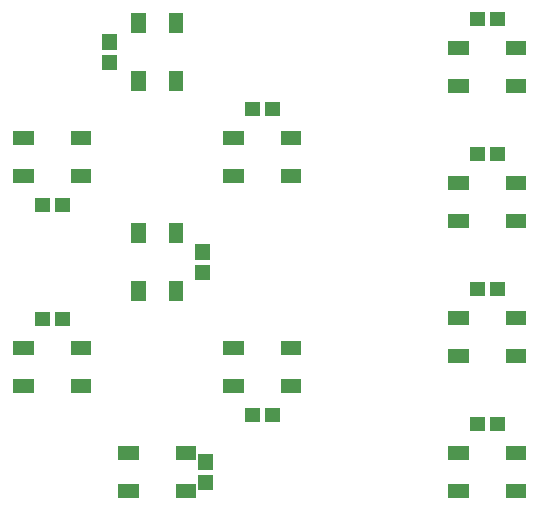
<source format=gts>
G04 #@! TF.FileFunction,Soldermask,Top*
%FSLAX46Y46*%
G04 Gerber Fmt 4.6, Leading zero omitted, Abs format (unit mm)*
G04 Created by KiCad (PCBNEW (2015-07-07 BZR 5906)-product) date Tue 21 Jul 2015 01:08:41 PM EDT*
%MOMM*%
G01*
G04 APERTURE LIST*
%ADD10C,0.100000*%
G04 APERTURE END LIST*
D10*
G36*
X121337600Y-101363600D02*
X119634400Y-101363600D01*
X119634400Y-100160400D01*
X121337600Y-100160400D01*
X121337600Y-101363600D01*
X121337600Y-101363600D01*
G37*
G36*
X121337600Y-104563600D02*
X119634400Y-104563600D01*
X119634400Y-103360400D01*
X121337600Y-103360400D01*
X121337600Y-104563600D01*
X121337600Y-104563600D01*
G37*
G36*
X121337600Y-119143600D02*
X119634400Y-119143600D01*
X119634400Y-117940400D01*
X121337600Y-117940400D01*
X121337600Y-119143600D01*
X121337600Y-119143600D01*
G37*
G36*
X121337600Y-122343600D02*
X119634400Y-122343600D01*
X119634400Y-121140400D01*
X121337600Y-121140400D01*
X121337600Y-122343600D01*
X121337600Y-122343600D01*
G37*
G36*
X122737600Y-107027600D02*
X121434400Y-107027600D01*
X121434400Y-105824400D01*
X122737600Y-105824400D01*
X122737600Y-107027600D01*
X122737600Y-107027600D01*
G37*
G36*
X122737600Y-116679600D02*
X121434400Y-116679600D01*
X121434400Y-115476400D01*
X122737600Y-115476400D01*
X122737600Y-116679600D01*
X122737600Y-116679600D01*
G37*
G36*
X124437600Y-107027600D02*
X123134400Y-107027600D01*
X123134400Y-105824400D01*
X124437600Y-105824400D01*
X124437600Y-107027600D01*
X124437600Y-107027600D01*
G37*
G36*
X124437600Y-116679600D02*
X123134400Y-116679600D01*
X123134400Y-115476400D01*
X124437600Y-115476400D01*
X124437600Y-116679600D01*
X124437600Y-116679600D01*
G37*
G36*
X126237600Y-101363600D02*
X124534400Y-101363600D01*
X124534400Y-100160400D01*
X126237600Y-100160400D01*
X126237600Y-101363600D01*
X126237600Y-101363600D01*
G37*
G36*
X126237600Y-104563600D02*
X124534400Y-104563600D01*
X124534400Y-103360400D01*
X126237600Y-103360400D01*
X126237600Y-104563600D01*
X126237600Y-104563600D01*
G37*
G36*
X126237600Y-119143600D02*
X124534400Y-119143600D01*
X124534400Y-117940400D01*
X126237600Y-117940400D01*
X126237600Y-119143600D01*
X126237600Y-119143600D01*
G37*
G36*
X126237600Y-122343600D02*
X124534400Y-122343600D01*
X124534400Y-121140400D01*
X126237600Y-121140400D01*
X126237600Y-122343600D01*
X126237600Y-122343600D01*
G37*
G36*
X128363600Y-93273600D02*
X127160400Y-93273600D01*
X127160400Y-91970400D01*
X128363600Y-91970400D01*
X128363600Y-93273600D01*
X128363600Y-93273600D01*
G37*
G36*
X128363600Y-94973600D02*
X127160400Y-94973600D01*
X127160400Y-93670400D01*
X128363600Y-93670400D01*
X128363600Y-94973600D01*
X128363600Y-94973600D01*
G37*
G36*
X130227600Y-128033600D02*
X128524400Y-128033600D01*
X128524400Y-126830400D01*
X130227600Y-126830400D01*
X130227600Y-128033600D01*
X130227600Y-128033600D01*
G37*
G36*
X130227600Y-131233600D02*
X128524400Y-131233600D01*
X128524400Y-130030400D01*
X130227600Y-130030400D01*
X130227600Y-131233600D01*
X130227600Y-131233600D01*
G37*
G36*
X130827600Y-91873600D02*
X129624400Y-91873600D01*
X129624400Y-90170400D01*
X130827600Y-90170400D01*
X130827600Y-91873600D01*
X130827600Y-91873600D01*
G37*
G36*
X130827600Y-96773600D02*
X129624400Y-96773600D01*
X129624400Y-95070400D01*
X130827600Y-95070400D01*
X130827600Y-96773600D01*
X130827600Y-96773600D01*
G37*
G36*
X130827600Y-109653600D02*
X129624400Y-109653600D01*
X129624400Y-107950400D01*
X130827600Y-107950400D01*
X130827600Y-109653600D01*
X130827600Y-109653600D01*
G37*
G36*
X130827600Y-114553600D02*
X129624400Y-114553600D01*
X129624400Y-112850400D01*
X130827600Y-112850400D01*
X130827600Y-114553600D01*
X130827600Y-114553600D01*
G37*
G36*
X134027600Y-91873600D02*
X132824400Y-91873600D01*
X132824400Y-90170400D01*
X134027600Y-90170400D01*
X134027600Y-91873600D01*
X134027600Y-91873600D01*
G37*
G36*
X134027600Y-96773600D02*
X132824400Y-96773600D01*
X132824400Y-95070400D01*
X134027600Y-95070400D01*
X134027600Y-96773600D01*
X134027600Y-96773600D01*
G37*
G36*
X134027600Y-109653600D02*
X132824400Y-109653600D01*
X132824400Y-107950400D01*
X134027600Y-107950400D01*
X134027600Y-109653600D01*
X134027600Y-109653600D01*
G37*
G36*
X134027600Y-114553600D02*
X132824400Y-114553600D01*
X132824400Y-112850400D01*
X134027600Y-112850400D01*
X134027600Y-114553600D01*
X134027600Y-114553600D01*
G37*
G36*
X135127600Y-128033600D02*
X133424400Y-128033600D01*
X133424400Y-126830400D01*
X135127600Y-126830400D01*
X135127600Y-128033600D01*
X135127600Y-128033600D01*
G37*
G36*
X135127600Y-131233600D02*
X133424400Y-131233600D01*
X133424400Y-130030400D01*
X135127600Y-130030400D01*
X135127600Y-131233600D01*
X135127600Y-131233600D01*
G37*
G36*
X136237600Y-111053600D02*
X135034400Y-111053600D01*
X135034400Y-109750400D01*
X136237600Y-109750400D01*
X136237600Y-111053600D01*
X136237600Y-111053600D01*
G37*
G36*
X136237600Y-112753600D02*
X135034400Y-112753600D01*
X135034400Y-111450400D01*
X136237600Y-111450400D01*
X136237600Y-112753600D01*
X136237600Y-112753600D01*
G37*
G36*
X136491600Y-128833600D02*
X135288400Y-128833600D01*
X135288400Y-127530400D01*
X136491600Y-127530400D01*
X136491600Y-128833600D01*
X136491600Y-128833600D01*
G37*
G36*
X136491600Y-130533600D02*
X135288400Y-130533600D01*
X135288400Y-129230400D01*
X136491600Y-129230400D01*
X136491600Y-130533600D01*
X136491600Y-130533600D01*
G37*
G36*
X139117600Y-101363600D02*
X137414400Y-101363600D01*
X137414400Y-100160400D01*
X139117600Y-100160400D01*
X139117600Y-101363600D01*
X139117600Y-101363600D01*
G37*
G36*
X139117600Y-104563600D02*
X137414400Y-104563600D01*
X137414400Y-103360400D01*
X139117600Y-103360400D01*
X139117600Y-104563600D01*
X139117600Y-104563600D01*
G37*
G36*
X139117600Y-119143600D02*
X137414400Y-119143600D01*
X137414400Y-117940400D01*
X139117600Y-117940400D01*
X139117600Y-119143600D01*
X139117600Y-119143600D01*
G37*
G36*
X139117600Y-122343600D02*
X137414400Y-122343600D01*
X137414400Y-121140400D01*
X139117600Y-121140400D01*
X139117600Y-122343600D01*
X139117600Y-122343600D01*
G37*
G36*
X140517600Y-98899600D02*
X139214400Y-98899600D01*
X139214400Y-97696400D01*
X140517600Y-97696400D01*
X140517600Y-98899600D01*
X140517600Y-98899600D01*
G37*
G36*
X140517600Y-124807600D02*
X139214400Y-124807600D01*
X139214400Y-123604400D01*
X140517600Y-123604400D01*
X140517600Y-124807600D01*
X140517600Y-124807600D01*
G37*
G36*
X142217600Y-98899600D02*
X140914400Y-98899600D01*
X140914400Y-97696400D01*
X142217600Y-97696400D01*
X142217600Y-98899600D01*
X142217600Y-98899600D01*
G37*
G36*
X142217600Y-124807600D02*
X140914400Y-124807600D01*
X140914400Y-123604400D01*
X142217600Y-123604400D01*
X142217600Y-124807600D01*
X142217600Y-124807600D01*
G37*
G36*
X144017600Y-101363600D02*
X142314400Y-101363600D01*
X142314400Y-100160400D01*
X144017600Y-100160400D01*
X144017600Y-101363600D01*
X144017600Y-101363600D01*
G37*
G36*
X144017600Y-104563600D02*
X142314400Y-104563600D01*
X142314400Y-103360400D01*
X144017600Y-103360400D01*
X144017600Y-104563600D01*
X144017600Y-104563600D01*
G37*
G36*
X144017600Y-119143600D02*
X142314400Y-119143600D01*
X142314400Y-117940400D01*
X144017600Y-117940400D01*
X144017600Y-119143600D01*
X144017600Y-119143600D01*
G37*
G36*
X144017600Y-122343600D02*
X142314400Y-122343600D01*
X142314400Y-121140400D01*
X144017600Y-121140400D01*
X144017600Y-122343600D01*
X144017600Y-122343600D01*
G37*
G36*
X158167600Y-93743600D02*
X156464400Y-93743600D01*
X156464400Y-92540400D01*
X158167600Y-92540400D01*
X158167600Y-93743600D01*
X158167600Y-93743600D01*
G37*
G36*
X158167600Y-96943600D02*
X156464400Y-96943600D01*
X156464400Y-95740400D01*
X158167600Y-95740400D01*
X158167600Y-96943600D01*
X158167600Y-96943600D01*
G37*
G36*
X158167600Y-105173600D02*
X156464400Y-105173600D01*
X156464400Y-103970400D01*
X158167600Y-103970400D01*
X158167600Y-105173600D01*
X158167600Y-105173600D01*
G37*
G36*
X158167600Y-108373600D02*
X156464400Y-108373600D01*
X156464400Y-107170400D01*
X158167600Y-107170400D01*
X158167600Y-108373600D01*
X158167600Y-108373600D01*
G37*
G36*
X158167600Y-116603600D02*
X156464400Y-116603600D01*
X156464400Y-115400400D01*
X158167600Y-115400400D01*
X158167600Y-116603600D01*
X158167600Y-116603600D01*
G37*
G36*
X158167600Y-119803600D02*
X156464400Y-119803600D01*
X156464400Y-118600400D01*
X158167600Y-118600400D01*
X158167600Y-119803600D01*
X158167600Y-119803600D01*
G37*
G36*
X158167600Y-128033600D02*
X156464400Y-128033600D01*
X156464400Y-126830400D01*
X158167600Y-126830400D01*
X158167600Y-128033600D01*
X158167600Y-128033600D01*
G37*
G36*
X158167600Y-131233600D02*
X156464400Y-131233600D01*
X156464400Y-130030400D01*
X158167600Y-130030400D01*
X158167600Y-131233600D01*
X158167600Y-131233600D01*
G37*
G36*
X159567600Y-91279600D02*
X158264400Y-91279600D01*
X158264400Y-90076400D01*
X159567600Y-90076400D01*
X159567600Y-91279600D01*
X159567600Y-91279600D01*
G37*
G36*
X159567600Y-102709600D02*
X158264400Y-102709600D01*
X158264400Y-101506400D01*
X159567600Y-101506400D01*
X159567600Y-102709600D01*
X159567600Y-102709600D01*
G37*
G36*
X159567600Y-114139600D02*
X158264400Y-114139600D01*
X158264400Y-112936400D01*
X159567600Y-112936400D01*
X159567600Y-114139600D01*
X159567600Y-114139600D01*
G37*
G36*
X159567600Y-125569600D02*
X158264400Y-125569600D01*
X158264400Y-124366400D01*
X159567600Y-124366400D01*
X159567600Y-125569600D01*
X159567600Y-125569600D01*
G37*
G36*
X161267600Y-91279600D02*
X159964400Y-91279600D01*
X159964400Y-90076400D01*
X161267600Y-90076400D01*
X161267600Y-91279600D01*
X161267600Y-91279600D01*
G37*
G36*
X161267600Y-102709600D02*
X159964400Y-102709600D01*
X159964400Y-101506400D01*
X161267600Y-101506400D01*
X161267600Y-102709600D01*
X161267600Y-102709600D01*
G37*
G36*
X161267600Y-114139600D02*
X159964400Y-114139600D01*
X159964400Y-112936400D01*
X161267600Y-112936400D01*
X161267600Y-114139600D01*
X161267600Y-114139600D01*
G37*
G36*
X161267600Y-125569600D02*
X159964400Y-125569600D01*
X159964400Y-124366400D01*
X161267600Y-124366400D01*
X161267600Y-125569600D01*
X161267600Y-125569600D01*
G37*
G36*
X163067600Y-93743600D02*
X161364400Y-93743600D01*
X161364400Y-92540400D01*
X163067600Y-92540400D01*
X163067600Y-93743600D01*
X163067600Y-93743600D01*
G37*
G36*
X163067600Y-96943600D02*
X161364400Y-96943600D01*
X161364400Y-95740400D01*
X163067600Y-95740400D01*
X163067600Y-96943600D01*
X163067600Y-96943600D01*
G37*
G36*
X163067600Y-105173600D02*
X161364400Y-105173600D01*
X161364400Y-103970400D01*
X163067600Y-103970400D01*
X163067600Y-105173600D01*
X163067600Y-105173600D01*
G37*
G36*
X163067600Y-108373600D02*
X161364400Y-108373600D01*
X161364400Y-107170400D01*
X163067600Y-107170400D01*
X163067600Y-108373600D01*
X163067600Y-108373600D01*
G37*
G36*
X163067600Y-116603600D02*
X161364400Y-116603600D01*
X161364400Y-115400400D01*
X163067600Y-115400400D01*
X163067600Y-116603600D01*
X163067600Y-116603600D01*
G37*
G36*
X163067600Y-119803600D02*
X161364400Y-119803600D01*
X161364400Y-118600400D01*
X163067600Y-118600400D01*
X163067600Y-119803600D01*
X163067600Y-119803600D01*
G37*
G36*
X163067600Y-128033600D02*
X161364400Y-128033600D01*
X161364400Y-126830400D01*
X163067600Y-126830400D01*
X163067600Y-128033600D01*
X163067600Y-128033600D01*
G37*
G36*
X163067600Y-131233600D02*
X161364400Y-131233600D01*
X161364400Y-130030400D01*
X163067600Y-130030400D01*
X163067600Y-131233600D01*
X163067600Y-131233600D01*
G37*
M02*

</source>
